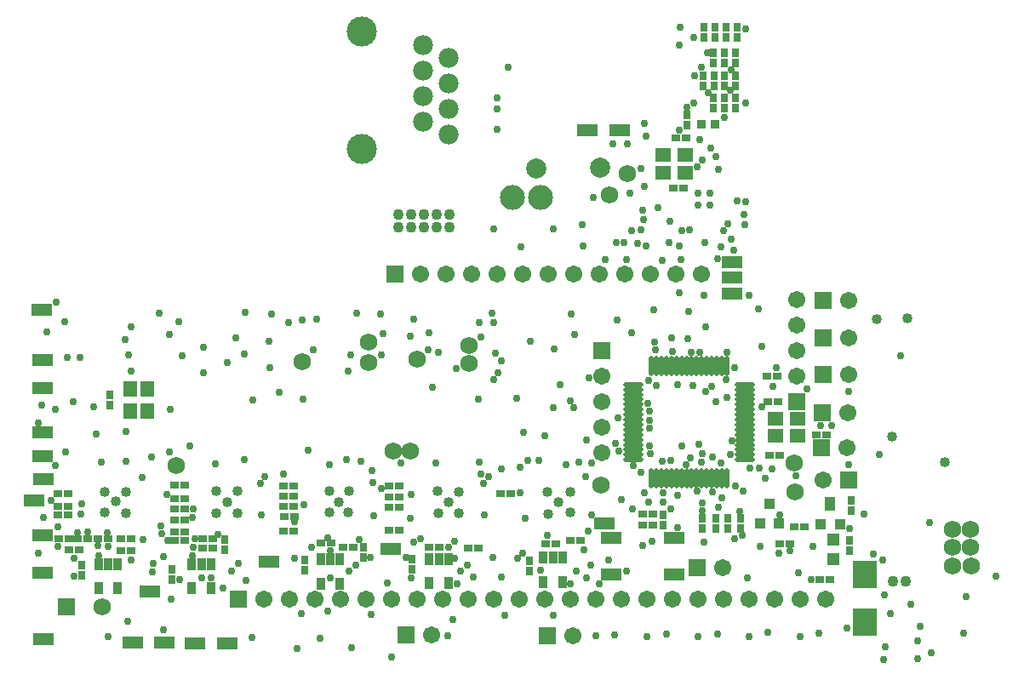
<source format=gbs>
%FSLAX24Y24*%
%MOIN*%
G70*
G01*
G75*
G04 Layer_Color=16711935*
%ADD10R,0.0250X0.0200*%
%ADD11R,0.0362X0.0984*%
%ADD12R,0.0276X0.0394*%
%ADD13R,0.0689X0.1181*%
%ADD14R,0.0984X0.0866*%
%ADD15R,0.0200X0.0250*%
%ADD16R,0.0276X0.0394*%
%ADD17R,0.0315X0.0315*%
%ADD18R,0.0669X0.0492*%
%ADD19R,0.0300X0.0300*%
%ADD20R,0.0906X0.0906*%
%ADD21R,0.0600X0.0600*%
%ADD22R,0.0472X0.0354*%
%ADD23R,0.0472X0.0354*%
%ADD24R,0.0315X0.0315*%
%ADD25R,0.0236X0.0472*%
%ADD26O,0.0315X0.0098*%
%ADD27O,0.0098X0.0315*%
%ADD28O,0.0276X0.0098*%
%ADD29O,0.0098X0.0276*%
%ADD30R,0.1299X0.1299*%
%ADD31R,0.0750X0.0400*%
%ADD32R,0.1358X0.1358*%
%ADD33O,0.0984X0.0276*%
%ADD34C,0.0120*%
%ADD35C,0.0100*%
%ADD36C,0.0080*%
%ADD37C,0.0150*%
%ADD38C,0.0300*%
%ADD39C,0.0200*%
%ADD40C,0.0276*%
%ADD41C,0.0600*%
%ADD42C,0.0220*%
%ADD43C,0.0350*%
%ADD44C,0.0700*%
%ADD45C,0.1100*%
%ADD46R,0.0591X0.0591*%
%ADD47C,0.0591*%
%ADD48C,0.0320*%
%ADD49C,0.0354*%
%ADD50R,0.0591X0.0591*%
%ADD51R,0.0600X0.0600*%
%ADD52C,0.0710*%
%ADD53C,0.0900*%
%ADD54C,0.0400*%
G04:AMPARAMS|DCode=55|XSize=42mil|YSize=42mil|CornerRadius=0mil|HoleSize=0mil|Usage=FLASHONLY|Rotation=0.000|XOffset=0mil|YOffset=0mil|HoleType=Round|Shape=Relief|Width=5mil|Gap=5mil|Entries=4|*
%AMTHD55*
7,0,0,0.0420,0.0320,0.0050,45*
%
%ADD55THD55*%
%ADD56C,0.0420*%
%ADD57C,0.0500*%
%ADD58C,0.1400*%
%ADD59C,0.0654*%
%ADD60C,0.0497*%
G04:AMPARAMS|DCode=61|XSize=49.685mil|YSize=49.685mil|CornerRadius=0mil|HoleSize=0mil|Usage=FLASHONLY|Rotation=0.000|XOffset=0mil|YOffset=0mil|HoleType=Round|Shape=Relief|Width=5mil|Gap=5mil|Entries=4|*
%AMTHD61*
7,0,0,0.0497,0.0397,0.0050,45*
%
%ADD61THD61*%
G04:AMPARAMS|DCode=62|XSize=65.433mil|YSize=65.433mil|CornerRadius=0mil|HoleSize=0mil|Usage=FLASHONLY|Rotation=0.000|XOffset=0mil|YOffset=0mil|HoleType=Round|Shape=Relief|Width=5mil|Gap=5mil|Entries=4|*
%AMTHD62*
7,0,0,0.0654,0.0554,0.0050,45*
%
%ADD62THD62*%
G04:AMPARAMS|DCode=63|XSize=60mil|YSize=60mil|CornerRadius=0mil|HoleSize=0mil|Usage=FLASHONLY|Rotation=0.000|XOffset=0mil|YOffset=0mil|HoleType=Round|Shape=Relief|Width=5mil|Gap=5mil|Entries=4|*
%AMTHD63*
7,0,0,0.0600,0.0500,0.0050,45*
%
%ADD63THD63*%
%ADD64C,0.0770*%
%ADD65C,0.0480*%
%ADD66C,0.0090*%
G04:AMPARAMS|DCode=67|XSize=50mil|YSize=50mil|CornerRadius=0mil|HoleSize=0mil|Usage=FLASHONLY|Rotation=0.000|XOffset=0mil|YOffset=0mil|HoleType=Round|Shape=Relief|Width=5mil|Gap=5mil|Entries=4|*
%AMTHD67*
7,0,0,0.0500,0.0400,0.0050,45*
%
%ADD67THD67*%
G04:AMPARAMS|DCode=68|XSize=48mil|YSize=48mil|CornerRadius=0mil|HoleSize=0mil|Usage=FLASHONLY|Rotation=0.000|XOffset=0mil|YOffset=0mil|HoleType=Round|Shape=Relief|Width=5mil|Gap=5mil|Entries=4|*
%AMTHD68*
7,0,0,0.0480,0.0380,0.0050,45*
%
%ADD68THD68*%
%ADD69R,0.0709X0.0394*%
%ADD70R,0.0472X0.0551*%
%ADD71R,0.0394X0.0394*%
%ADD72R,0.0866X0.0984*%
%ADD73R,0.0551X0.0472*%
%ADD74O,0.0709X0.0118*%
%ADD75O,0.0118X0.0709*%
%ADD76R,0.0360X0.0360*%
%ADD77R,0.0360X0.0500*%
%ADD78R,0.0315X0.0354*%
%ADD79R,0.0300X0.0300*%
%ADD80R,0.0709X0.0433*%
%ADD81C,0.0040*%
%ADD82C,0.0098*%
%ADD83C,0.0060*%
%ADD84C,0.0050*%
%ADD85C,0.0197*%
%ADD86C,0.0079*%
%ADD87C,0.0157*%
%ADD88C,0.0030*%
%ADD89C,0.0059*%
%ADD90R,0.0330X0.0280*%
%ADD91R,0.0442X0.1064*%
%ADD92R,0.0356X0.0474*%
%ADD93R,0.0769X0.1261*%
%ADD94R,0.1064X0.0946*%
%ADD95R,0.0280X0.0330*%
%ADD96R,0.0356X0.0474*%
%ADD97R,0.0395X0.0395*%
%ADD98R,0.0749X0.0572*%
%ADD99R,0.0380X0.0380*%
%ADD100R,0.0986X0.0986*%
%ADD101R,0.0680X0.0680*%
%ADD102R,0.0552X0.0434*%
%ADD103R,0.0552X0.0434*%
%ADD104R,0.0395X0.0395*%
%ADD105R,0.0316X0.0552*%
%ADD106O,0.0395X0.0178*%
%ADD107O,0.0178X0.0395*%
%ADD108O,0.0356X0.0178*%
%ADD109O,0.0178X0.0356*%
%ADD110R,0.1379X0.1379*%
%ADD111R,0.0830X0.0480*%
%ADD112R,0.1438X0.1438*%
%ADD113O,0.1064X0.0356*%
%ADD114C,0.0680*%
%ADD115C,0.0300*%
%ADD116C,0.0430*%
%ADD117C,0.0780*%
%ADD118C,0.1180*%
%ADD119R,0.0671X0.0671*%
%ADD120C,0.0671*%
%ADD121C,0.0400*%
%ADD122C,0.0434*%
%ADD123R,0.0671X0.0671*%
%ADD124R,0.0680X0.0680*%
%ADD125C,0.0790*%
%ADD126C,0.0980*%
%ADD127R,0.0789X0.0474*%
%ADD128R,0.0552X0.0631*%
%ADD129R,0.0474X0.0474*%
%ADD130R,0.0946X0.1064*%
%ADD131R,0.0631X0.0552*%
%ADD132O,0.0789X0.0198*%
%ADD133O,0.0198X0.0789*%
%ADD134R,0.0440X0.0440*%
%ADD135R,0.0440X0.0580*%
%ADD136R,0.0395X0.0434*%
%ADD137R,0.0380X0.0380*%
%ADD138R,0.0789X0.0513*%
D90*
X12351Y5155D02*
D03*
X12751Y5155D02*
D03*
X11301Y5625D02*
D03*
X10901D02*
D03*
X7731Y5335D02*
D03*
X8131D02*
D03*
X13231Y4995D02*
D03*
X13631D02*
D03*
X10911Y6205D02*
D03*
X11311D02*
D03*
X10901Y6605D02*
D03*
X11301D02*
D03*
X10901Y7015D02*
D03*
X11301D02*
D03*
X10901Y7415D02*
D03*
X11301D02*
D03*
X7731Y4965D02*
D03*
X8131D02*
D03*
X6611Y5615D02*
D03*
X7011D02*
D03*
X6621Y6065D02*
D03*
X7021D02*
D03*
X6611Y6505D02*
D03*
X7011D02*
D03*
X6611Y7425D02*
D03*
X7011D02*
D03*
X6611Y6915D02*
D03*
X7011D02*
D03*
X2821Y5335D02*
D03*
X3221D02*
D03*
X2071Y6595D02*
D03*
X2471D02*
D03*
X2901Y4905D02*
D03*
X2501D02*
D03*
X2071Y7085D02*
D03*
X2471D02*
D03*
X2061Y6255D02*
D03*
X2461D02*
D03*
X3641Y5325D02*
D03*
X4041D02*
D03*
X4941Y5335D02*
D03*
X4541D02*
D03*
X4531Y4875D02*
D03*
X4931D02*
D03*
X16581Y4985D02*
D03*
X16981D02*
D03*
X18521Y4965D02*
D03*
X18121D02*
D03*
X30231Y11715D02*
D03*
X29831D02*
D03*
X25361Y6299D02*
D03*
X24961D02*
D03*
X32172Y9409D02*
D03*
X31772D02*
D03*
X30891Y5815D02*
D03*
X31291D02*
D03*
X25354Y5866D02*
D03*
X24954D02*
D03*
X32301Y3735D02*
D03*
X31901D02*
D03*
X29921Y8605D02*
D03*
X30321D02*
D03*
X30261Y10695D02*
D03*
X29861D02*
D03*
X7021Y5255D02*
D03*
X6621D02*
D03*
X2081Y5325D02*
D03*
X2481D02*
D03*
X26171Y19055D02*
D03*
X26571D02*
D03*
X26254Y21020D02*
D03*
X26654D02*
D03*
X30321Y5135D02*
D03*
X30721D02*
D03*
X15041Y6555D02*
D03*
X15441D02*
D03*
X15031Y5675D02*
D03*
X15431D02*
D03*
X15041Y6965D02*
D03*
X15441D02*
D03*
X15031Y7385D02*
D03*
X15431D02*
D03*
X19401Y7115D02*
D03*
X19801D02*
D03*
X21562Y5146D02*
D03*
X21162D02*
D03*
X22521Y5265D02*
D03*
X22121D02*
D03*
D92*
X12347Y4525D02*
D03*
X12721D02*
D03*
X13095D02*
D03*
X12347Y3580D02*
D03*
X13095D02*
D03*
X7307Y4345D02*
D03*
X7681D02*
D03*
X8055D02*
D03*
X7307Y3400D02*
D03*
X8055Y3400D02*
D03*
X3653Y4340D02*
D03*
X4027D02*
D03*
X4401D02*
D03*
X3653Y3395D02*
D03*
X4401D02*
D03*
X21071Y4590D02*
D03*
X21445Y4590D02*
D03*
X21819D02*
D03*
X21071Y3645D02*
D03*
X21819D02*
D03*
X16607Y4545D02*
D03*
X16981D02*
D03*
X17355D02*
D03*
X16607Y3600D02*
D03*
X17355D02*
D03*
D95*
X27301Y6145D02*
D03*
Y5745D02*
D03*
X20511Y4055D02*
D03*
Y4455D02*
D03*
X28791Y5735D02*
D03*
Y6135D02*
D03*
X11721Y4115D02*
D03*
Y4515D02*
D03*
X6541Y3735D02*
D03*
Y4135D02*
D03*
X3001Y3885D02*
D03*
Y4285D02*
D03*
X14041Y4595D02*
D03*
Y4995D02*
D03*
X8581Y4905D02*
D03*
Y5305D02*
D03*
X33071Y4875D02*
D03*
Y5275D02*
D03*
X33121Y6445D02*
D03*
Y6845D02*
D03*
X25775Y6279D02*
D03*
Y5879D02*
D03*
X28291Y5745D02*
D03*
Y6145D02*
D03*
X27717Y24367D02*
D03*
Y23967D02*
D03*
X27363Y24951D02*
D03*
Y25351D02*
D03*
X28150Y23061D02*
D03*
Y23461D02*
D03*
X27717Y22201D02*
D03*
Y22601D02*
D03*
X28583Y22595D02*
D03*
Y22195D02*
D03*
X28150Y22595D02*
D03*
Y22195D02*
D03*
X27323Y23467D02*
D03*
Y23067D02*
D03*
X27757Y23467D02*
D03*
Y23067D02*
D03*
X27811Y6145D02*
D03*
Y5745D02*
D03*
X4094Y10584D02*
D03*
Y10984D02*
D03*
X28150Y24367D02*
D03*
Y23967D02*
D03*
X28583D02*
D03*
Y24367D02*
D03*
X28662Y25351D02*
D03*
Y24951D02*
D03*
X28229Y25357D02*
D03*
Y24957D02*
D03*
X27796D02*
D03*
Y25357D02*
D03*
X28583Y23461D02*
D03*
Y23061D02*
D03*
X15941Y4125D02*
D03*
Y4525D02*
D03*
X26694Y21526D02*
D03*
Y21926D02*
D03*
D114*
X23651Y18815D02*
D03*
X6693Y8189D02*
D03*
X24371Y19635D02*
D03*
X23341Y7445D02*
D03*
X30941Y7155D02*
D03*
X30881Y8305D02*
D03*
X18150Y12913D02*
D03*
X18151Y12185D02*
D03*
X16141Y12355D02*
D03*
X15191Y8765D02*
D03*
X15871Y8775D02*
D03*
X14221Y12235D02*
D03*
X14241Y13035D02*
D03*
X11631Y12275D02*
D03*
X3780Y2677D02*
D03*
X37087Y5709D02*
D03*
Y5000D02*
D03*
X37795D02*
D03*
X37835Y4252D02*
D03*
X37087D02*
D03*
X37795Y5709D02*
D03*
D115*
X21457Y17480D02*
D03*
X23504Y16260D02*
D03*
X25079Y16811D02*
D03*
X26024Y17756D02*
D03*
X25977Y16930D02*
D03*
X24882Y19843D02*
D03*
X24331Y16260D02*
D03*
X22638Y16811D02*
D03*
X25551Y18307D02*
D03*
X24951Y18195D02*
D03*
X29521Y8105D02*
D03*
X30041Y8065D02*
D03*
X29161Y8095D02*
D03*
X20472Y8386D02*
D03*
X35044Y12515D02*
D03*
X24370Y20787D02*
D03*
X20197Y16772D02*
D03*
X19111Y17464D02*
D03*
X9646Y1457D02*
D03*
X6191Y1772D02*
D03*
X4016Y1496D02*
D03*
X1291Y4764D02*
D03*
X1496Y6181D02*
D03*
X1969Y8189D02*
D03*
X1299Y9882D02*
D03*
X1417Y10551D02*
D03*
X34213Y8622D02*
D03*
X26496Y17402D02*
D03*
X23780Y20787D02*
D03*
X25748Y6772D02*
D03*
X24331Y4055D02*
D03*
X27245Y23815D02*
D03*
X28425Y23701D02*
D03*
X17362Y5000D02*
D03*
X20276Y4764D02*
D03*
X24528Y17402D02*
D03*
X11083Y13795D02*
D03*
X12205Y13937D02*
D03*
X17520Y2165D02*
D03*
X25197Y6772D02*
D03*
X28898Y7201D02*
D03*
X28071Y6926D02*
D03*
X25749Y7130D02*
D03*
X19681Y23785D02*
D03*
X1971Y10385D02*
D03*
X1611Y13425D02*
D03*
X2941Y12435D02*
D03*
X2001Y14605D02*
D03*
X7771Y12835D02*
D03*
X11621Y13915D02*
D03*
X20956Y4100D02*
D03*
X29051Y3805D02*
D03*
X22671Y4915D02*
D03*
X6351Y5255D02*
D03*
X6121Y5525D02*
D03*
X18941Y7765D02*
D03*
X25161Y10635D02*
D03*
X25181Y11525D02*
D03*
X26081Y13215D02*
D03*
X19431Y8065D02*
D03*
X26391Y16785D02*
D03*
X24881Y17425D02*
D03*
X30301Y4775D02*
D03*
X33641Y6295D02*
D03*
X33071Y5725D02*
D03*
X34441Y3145D02*
D03*
X31551Y3725D02*
D03*
X31641Y5045D02*
D03*
X30721Y4855D02*
D03*
X29571Y5035D02*
D03*
X29761Y7695D02*
D03*
X27281Y6735D02*
D03*
X27351Y5205D02*
D03*
X25241Y9665D02*
D03*
X19431Y3825D02*
D03*
X21461Y2325D02*
D03*
X22961Y8295D02*
D03*
X11441Y1035D02*
D03*
X19551Y2345D02*
D03*
X21453Y10453D02*
D03*
X22271D02*
D03*
X26331Y11355D02*
D03*
X15121Y705D02*
D03*
X11591Y2395D02*
D03*
X12321Y1425D02*
D03*
X14331Y2365D02*
D03*
X13571Y1075D02*
D03*
X33031Y11085D02*
D03*
X29611Y10485D02*
D03*
X30951Y7785D02*
D03*
X29501Y14325D02*
D03*
X28581Y7385D02*
D03*
X30311Y6265D02*
D03*
X30191Y12025D02*
D03*
X31401Y11185D02*
D03*
X29141Y14855D02*
D03*
X27371D02*
D03*
X27441Y11095D02*
D03*
X26141Y12655D02*
D03*
X25431Y13035D02*
D03*
X21141Y9365D02*
D03*
X25451Y12725D02*
D03*
X27191Y12635D02*
D03*
X26851D02*
D03*
X29641Y12865D02*
D03*
X26381Y14955D02*
D03*
X27421Y13625D02*
D03*
X27891Y16295D02*
D03*
X28551Y12035D02*
D03*
X28261Y12635D02*
D03*
X26921Y11335D02*
D03*
X22291Y13335D02*
D03*
X19051Y14165D02*
D03*
X19121Y13785D02*
D03*
X24541Y13385D02*
D03*
X20031Y10845D02*
D03*
X14961Y3595D02*
D03*
X14351Y7995D02*
D03*
X12621Y2485D02*
D03*
X11856Y8790D02*
D03*
X12741Y3815D02*
D03*
X11671Y10795D02*
D03*
X17601Y4555D02*
D03*
X18341Y3835D02*
D03*
X15881Y3805D02*
D03*
X15851Y6135D02*
D03*
X14721Y7295D02*
D03*
X15901Y7065D02*
D03*
X30061Y11305D02*
D03*
X22731Y7755D02*
D03*
X18741Y7505D02*
D03*
X14391Y7535D02*
D03*
X9981Y7515D02*
D03*
X5361Y7735D02*
D03*
X4741Y9525D02*
D03*
X4931Y11915D02*
D03*
X17581Y5245D02*
D03*
X16571Y12725D02*
D03*
X19131Y11555D02*
D03*
X18555Y8331D02*
D03*
X17651Y11985D02*
D03*
X14801Y13355D02*
D03*
X16951Y12645D02*
D03*
X16711Y11255D02*
D03*
X7221Y8965D02*
D03*
X10161Y7775D02*
D03*
X22971Y6275D02*
D03*
X18751Y6265D02*
D03*
X14431Y6235D02*
D03*
X10021Y6255D02*
D03*
X6101Y5845D02*
D03*
X25011Y7135D02*
D03*
X24961Y5075D02*
D03*
X18091Y4315D02*
D03*
X22761Y9205D02*
D03*
X22911Y4315D02*
D03*
X24041Y8765D02*
D03*
X23891Y9065D02*
D03*
X2661Y10685D02*
D03*
X22131Y10735D02*
D03*
X6441Y8735D02*
D03*
X23951Y13905D02*
D03*
X22851Y11635D02*
D03*
X25241Y9975D02*
D03*
X25231Y10325D02*
D03*
X26501Y8955D02*
D03*
X23981Y10075D02*
D03*
X17691Y3575D02*
D03*
X8536Y3400D02*
D03*
X11991Y4985D02*
D03*
X13731Y4315D02*
D03*
X13869Y5308D02*
D03*
X12731Y4865D02*
D03*
X14281Y4605D02*
D03*
X11691Y6665D02*
D03*
X11311Y5985D02*
D03*
X10901Y7875D02*
D03*
X13931Y8375D02*
D03*
X13541Y12535D02*
D03*
X13411Y11905D02*
D03*
X12071Y12745D02*
D03*
X10741Y11055D02*
D03*
X10331Y13075D02*
D03*
X13346Y8440D02*
D03*
X16581Y13385D02*
D03*
X16001Y13925D02*
D03*
X28771Y6395D02*
D03*
X28861Y5475D02*
D03*
X25316Y5233D02*
D03*
X27301Y6435D02*
D03*
X26341Y7045D02*
D03*
X27931Y6575D02*
D03*
X27271Y8335D02*
D03*
X27081Y7185D02*
D03*
X27681Y7175D02*
D03*
X31861Y1625D02*
D03*
X31115Y1509D02*
D03*
X29875Y1659D02*
D03*
X29141Y1495D02*
D03*
X27881Y1605D02*
D03*
X27131Y1485D02*
D03*
X25881Y1585D02*
D03*
X25121Y1495D02*
D03*
X31051Y3985D02*
D03*
X26071Y6495D02*
D03*
X24571D02*
D03*
X24141Y6855D02*
D03*
X23861Y1565D02*
D03*
X23131Y1545D02*
D03*
X28571Y5335D02*
D03*
X25497Y11335D02*
D03*
X27831Y10715D02*
D03*
X27661Y11315D02*
D03*
X28241Y11575D02*
D03*
X26671Y8225D02*
D03*
X22361Y4075D02*
D03*
X17841D02*
D03*
X13451Y4065D02*
D03*
X6191Y4635D02*
D03*
X7371Y4985D02*
D03*
X7311Y4675D02*
D03*
X8321Y5495D02*
D03*
X4041Y5035D02*
D03*
X3991Y5555D02*
D03*
X2071Y5035D02*
D03*
X3561Y9435D02*
D03*
X6461Y10395D02*
D03*
X9681Y10775D02*
D03*
X8691Y12235D02*
D03*
X22171Y14125D02*
D03*
X13761Y14155D02*
D03*
X18511Y10795D02*
D03*
X15861Y13255D02*
D03*
X14731Y12535D02*
D03*
X14681Y14135D02*
D03*
X10351Y12035D02*
D03*
X10431Y14125D02*
D03*
X5401Y5295D02*
D03*
X9431Y3685D02*
D03*
X7681Y3805D02*
D03*
X7421Y5325D02*
D03*
X8051Y3805D02*
D03*
X7341Y6155D02*
D03*
X7351Y6515D02*
D03*
X6311Y7075D02*
D03*
X6811Y3735D02*
D03*
X3661Y4655D02*
D03*
X2691Y3855D02*
D03*
Y4565D02*
D03*
X2821Y5565D02*
D03*
X27113Y18402D02*
D03*
Y18874D02*
D03*
X27586Y18402D02*
D03*
Y18874D02*
D03*
X2431Y12445D02*
D03*
X4681Y13145D02*
D03*
X3461Y10485D02*
D03*
X4931Y13645D02*
D03*
X6031Y14175D02*
D03*
X9381Y14215D02*
D03*
X9011Y13195D02*
D03*
X6441Y13345D02*
D03*
X9371Y12565D02*
D03*
X6941Y12485D02*
D03*
X6781Y13825D02*
D03*
X7771Y11835D02*
D03*
X9345Y8449D02*
D03*
X2991Y6685D02*
D03*
X1801Y6845D02*
D03*
X2051Y5785D02*
D03*
X2371Y8735D02*
D03*
X4801Y2095D02*
D03*
X5801Y4355D02*
D03*
X9121D02*
D03*
X5751Y4046D02*
D03*
X8851Y4055D02*
D03*
X3221Y5585D02*
D03*
X2971Y6305D02*
D03*
X3621Y5055D02*
D03*
X5731Y8535D02*
D03*
X6481Y2975D02*
D03*
X4931Y4515D02*
D03*
X15481Y8315D02*
D03*
X18611Y7875D02*
D03*
X20291Y9505D02*
D03*
X20551Y13065D02*
D03*
X19201Y12595D02*
D03*
X19431Y12305D02*
D03*
X21721Y11375D02*
D03*
X21501Y12755D02*
D03*
X18631Y13245D02*
D03*
X18571Y13815D02*
D03*
X22471Y8345D02*
D03*
X21951Y8245D02*
D03*
X19281Y11845D02*
D03*
X25221Y8975D02*
D03*
X26821Y8505D02*
D03*
X25251Y8655D02*
D03*
X24881Y7945D02*
D03*
X26047Y8417D02*
D03*
X25737Y8359D02*
D03*
X27146Y9030D02*
D03*
X26711Y13165D02*
D03*
X20161Y7125D02*
D03*
X20370Y6121D02*
D03*
X19101Y4605D02*
D03*
X20051Y4555D02*
D03*
X22831Y5635D02*
D03*
X37638Y3067D02*
D03*
X34391Y585D02*
D03*
X33986Y4750D02*
D03*
X36182Y5981D02*
D03*
X27091Y19885D02*
D03*
X24451Y18855D02*
D03*
X27281Y20155D02*
D03*
X28031Y16755D02*
D03*
X28301Y17675D02*
D03*
X27383Y16934D02*
D03*
X28411Y17055D02*
D03*
X24981Y17835D02*
D03*
X25041Y19145D02*
D03*
X28142Y17413D02*
D03*
X29001Y22415D02*
D03*
X27611Y20625D02*
D03*
X22591Y17645D02*
D03*
X27821Y20305D02*
D03*
X23011Y18695D02*
D03*
X28675Y18581D02*
D03*
X29001Y18535D02*
D03*
X28921Y18035D02*
D03*
X27941Y19785D02*
D03*
X24231Y16945D02*
D03*
X25381Y14295D02*
D03*
X26761Y14235D02*
D03*
X26471Y16265D02*
D03*
X25741Y16235D02*
D03*
X28511Y16635D02*
D03*
X26801Y17435D02*
D03*
X23921Y16945D02*
D03*
X15981Y5185D02*
D03*
X16248Y5340D02*
D03*
X15691Y4595D02*
D03*
X12641Y5365D02*
D03*
X28271Y10865D02*
D03*
X21241Y5465D02*
D03*
X4841Y12525D02*
D03*
X11331Y4575D02*
D03*
X24591Y8195D02*
D03*
X24751Y16895D02*
D03*
X26975Y24951D02*
D03*
X28977Y25311D02*
D03*
X26418Y25351D02*
D03*
X27481Y24367D02*
D03*
X26379Y24682D02*
D03*
X27009Y23461D02*
D03*
X28150Y21847D02*
D03*
X26969Y22398D02*
D03*
X25079Y21099D02*
D03*
X27540Y22793D02*
D03*
X27205Y20981D02*
D03*
X19253Y22162D02*
D03*
Y22595D02*
D03*
Y21374D02*
D03*
X38780Y3855D02*
D03*
X37520Y1650D02*
D03*
X26339Y5784D02*
D03*
X22131Y3575D02*
D03*
X22761Y3815D02*
D03*
X23261Y3575D02*
D03*
X23623Y4485D02*
D03*
X32953Y1847D02*
D03*
X34371Y4485D02*
D03*
X35473Y2752D02*
D03*
X36260Y863D02*
D03*
X34449Y1099D02*
D03*
X35721Y625D02*
D03*
X35741Y1345D02*
D03*
X35821Y1885D02*
D03*
X34646Y2398D02*
D03*
X17323Y1532D02*
D03*
X2323Y13819D02*
D03*
X4725Y8382D02*
D03*
X25039Y21614D02*
D03*
X28386Y22913D02*
D03*
X26379Y21335D02*
D03*
X26694Y22241D02*
D03*
X3760Y8327D02*
D03*
X8228Y8268D02*
D03*
X12677Y8228D02*
D03*
X16850Y8307D02*
D03*
X20176Y8147D02*
D03*
X20878Y8394D02*
D03*
X27701Y8525D02*
D03*
X28041Y8305D02*
D03*
X28465Y9173D02*
D03*
X28386Y8622D02*
D03*
X27283Y8661D02*
D03*
X32362Y9764D02*
D03*
X31929D02*
D03*
X28976Y17638D02*
D03*
X33031Y8228D02*
D03*
D116*
X35276Y3661D02*
D03*
X34764D02*
D03*
D117*
X17361Y22155D02*
D03*
X16361Y21655D02*
D03*
X16361Y23655D02*
D03*
X17361Y24155D02*
D03*
X16361Y22655D02*
D03*
X17351Y21155D02*
D03*
X16351Y24655D02*
D03*
X17351Y23155D02*
D03*
D118*
X13951Y20605D02*
D03*
Y25205D02*
D03*
D119*
X15691Y1565D02*
D03*
X32021Y13215D02*
D03*
X31969Y8898D02*
D03*
X32008Y10276D02*
D03*
X33021Y7645D02*
D03*
X32021Y11775D02*
D03*
X32011Y14675D02*
D03*
X9131Y2965D02*
D03*
X21231Y1545D02*
D03*
X15261Y15715D02*
D03*
X27081Y4215D02*
D03*
D120*
X16691Y1565D02*
D03*
X33021Y13215D02*
D03*
X32968Y8898D02*
D03*
X33008Y10276D02*
D03*
X32021Y7645D02*
D03*
X33021Y11775D02*
D03*
X33011Y14675D02*
D03*
X30984Y14709D02*
D03*
Y13709D02*
D03*
Y12709D02*
D03*
Y11709D02*
D03*
X10131Y2965D02*
D03*
X11131D02*
D03*
X12131D02*
D03*
X13131D02*
D03*
X14131D02*
D03*
X15131D02*
D03*
X16131D02*
D03*
X17131D02*
D03*
X18131D02*
D03*
X19131D02*
D03*
X20131D02*
D03*
X21131D02*
D03*
X22131D02*
D03*
X23131D02*
D03*
X24131D02*
D03*
X25131D02*
D03*
X26131D02*
D03*
X27131D02*
D03*
X28131D02*
D03*
X29131D02*
D03*
X30131D02*
D03*
X31131D02*
D03*
X32131D02*
D03*
X22231Y1545D02*
D03*
X16261Y15715D02*
D03*
X17261D02*
D03*
X18261D02*
D03*
X19261D02*
D03*
X20261D02*
D03*
X21261D02*
D03*
X22261D02*
D03*
X23261D02*
D03*
X24261D02*
D03*
X25261D02*
D03*
X26261D02*
D03*
X27261D02*
D03*
X23361Y11685D02*
D03*
Y10685D02*
D03*
Y9685D02*
D03*
Y8685D02*
D03*
X28081Y4215D02*
D03*
D121*
X21660Y6761D02*
D03*
X17360Y6761D02*
D03*
X13051Y6755D02*
D03*
X8680Y6751D02*
D03*
X4321Y6785D02*
D03*
X34134Y13937D02*
D03*
X35315Y13976D02*
D03*
X34724Y9331D02*
D03*
X36788Y8346D02*
D03*
X13425Y6378D02*
D03*
X12677D02*
D03*
Y7205D02*
D03*
X13465D02*
D03*
X21260Y6299D02*
D03*
X21220Y7165D02*
D03*
X22126D02*
D03*
Y6378D02*
D03*
X8268Y7205D02*
D03*
X9094D02*
D03*
X8268Y6339D02*
D03*
X9094D02*
D03*
X16929Y7205D02*
D03*
X16968Y6339D02*
D03*
X17756Y7165D02*
D03*
Y6339D02*
D03*
X4724Y7165D02*
D03*
X3898D02*
D03*
Y6378D02*
D03*
X4724Y6339D02*
D03*
D122*
X15394Y17531D02*
D03*
X15894D02*
D03*
X16394D02*
D03*
X16894D02*
D03*
X17394D02*
D03*
X15394Y18032D02*
D03*
X15894Y18031D02*
D03*
X16394Y18032D02*
D03*
X16894D02*
D03*
X17394D02*
D03*
D123*
X30984Y10709D02*
D03*
X23361Y12685D02*
D03*
D124*
X2402Y2677D02*
D03*
D125*
X23281Y19875D02*
D03*
X20781Y19835D02*
D03*
D126*
X19871Y18715D02*
D03*
X20961D02*
D03*
D127*
X1142Y6850D02*
D03*
X1496Y1417D02*
D03*
X7441Y1220D02*
D03*
X6220Y1260D02*
D03*
X5000Y1260D02*
D03*
X8701Y1220D02*
D03*
X1457Y5472D02*
D03*
Y11220D02*
D03*
Y4016D02*
D03*
X23465Y5945D02*
D03*
X15079Y4921D02*
D03*
X10315Y4449D02*
D03*
X5669Y3268D02*
D03*
X28465Y14921D02*
D03*
Y16181D02*
D03*
X24055Y21339D02*
D03*
X28465Y15551D02*
D03*
X22795Y21339D02*
D03*
X1496Y7677D02*
D03*
X1457Y8583D02*
D03*
Y9488D02*
D03*
X1457Y12323D02*
D03*
X1417Y14291D02*
D03*
D128*
X5561Y10325D02*
D03*
Y11191D02*
D03*
X4891Y11191D02*
D03*
Y10325D02*
D03*
D129*
X32442Y4524D02*
D03*
Y5311D02*
D03*
D130*
X33662Y3934D02*
D03*
Y2083D02*
D03*
D131*
X31024Y10039D02*
D03*
X30157D02*
D03*
X30157Y9370D02*
D03*
X31024D02*
D03*
X25749Y19682D02*
D03*
X26615D02*
D03*
Y20351D02*
D03*
X25749D02*
D03*
D132*
X24591Y8425D02*
D03*
Y8622D02*
D03*
Y8819D02*
D03*
Y9016D02*
D03*
Y9213D02*
D03*
Y9410D02*
D03*
Y9606D02*
D03*
Y9803D02*
D03*
Y10000D02*
D03*
Y10197D02*
D03*
Y10394D02*
D03*
Y10591D02*
D03*
Y10788D02*
D03*
Y10984D02*
D03*
Y11181D02*
D03*
Y11378D02*
D03*
X28961D02*
D03*
Y11181D02*
D03*
Y10984D02*
D03*
Y10788D02*
D03*
Y10591D02*
D03*
Y10394D02*
D03*
Y10197D02*
D03*
Y10000D02*
D03*
Y9803D02*
D03*
Y9606D02*
D03*
Y9410D02*
D03*
Y9213D02*
D03*
Y9016D02*
D03*
Y8819D02*
D03*
Y8622D02*
D03*
Y8425D02*
D03*
D133*
X25300Y12087D02*
D03*
X25497D02*
D03*
X25694D02*
D03*
X25890D02*
D03*
X26087D02*
D03*
X26284D02*
D03*
X26481D02*
D03*
X26678D02*
D03*
X26875D02*
D03*
X27071D02*
D03*
X27268D02*
D03*
X27465D02*
D03*
X27662D02*
D03*
X27859D02*
D03*
X28056D02*
D03*
X28253D02*
D03*
Y7717D02*
D03*
X28056D02*
D03*
X27859D02*
D03*
X27662D02*
D03*
X27465D02*
D03*
X27268D02*
D03*
X27071D02*
D03*
X26875D02*
D03*
X26678D02*
D03*
X26481D02*
D03*
X26284D02*
D03*
X26087D02*
D03*
X25890D02*
D03*
X25694D02*
D03*
X25497D02*
D03*
X25300D02*
D03*
D134*
X32681Y5885D02*
D03*
X31931D02*
D03*
D135*
X32301Y6685D02*
D03*
D136*
X30309Y5925D02*
D03*
X29561D02*
D03*
X29935Y6713D02*
D03*
D137*
X27251Y21575D02*
D03*
X27801D02*
D03*
D138*
X26181Y5354D02*
D03*
X23740D02*
D03*
X26181Y3937D02*
D03*
X23740D02*
D03*
M02*

</source>
